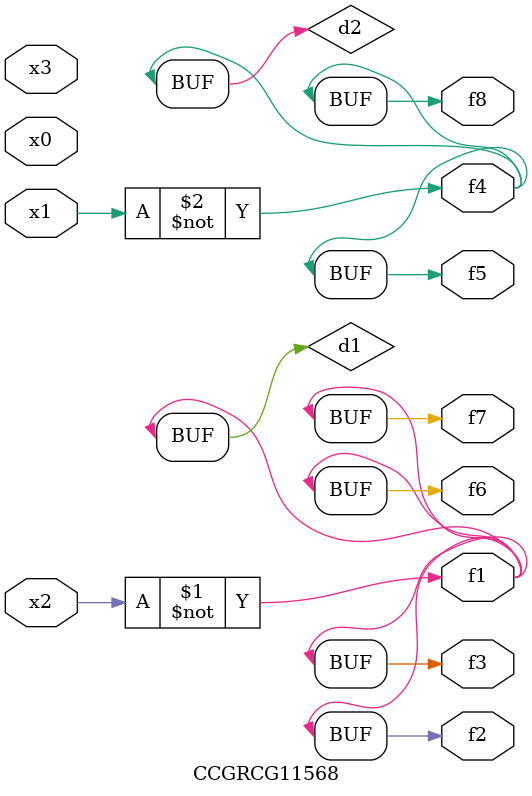
<source format=v>
module CCGRCG11568(
	input x0, x1, x2, x3,
	output f1, f2, f3, f4, f5, f6, f7, f8
);

	wire d1, d2;

	xnor (d1, x2);
	not (d2, x1);
	assign f1 = d1;
	assign f2 = d1;
	assign f3 = d1;
	assign f4 = d2;
	assign f5 = d2;
	assign f6 = d1;
	assign f7 = d1;
	assign f8 = d2;
endmodule

</source>
